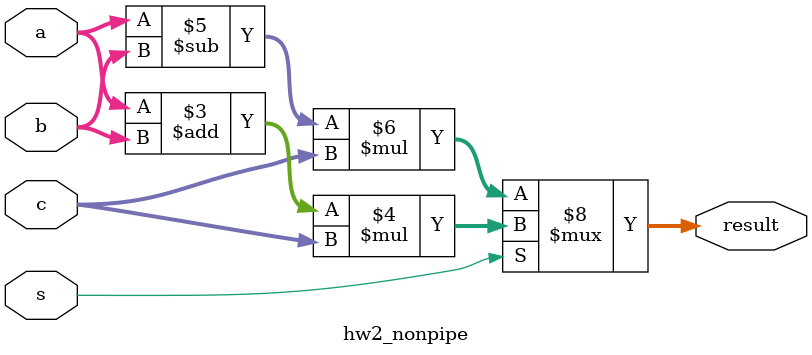
<source format=v>
module hw2_nonpipe (
    input wire[7:0] a,
    input wire[7:0] b,
    input wire[7:0] c,
    input wire s,
    output reg[15:0] result
);
    always @(*) begin
        if (s == 1) begin
            result = (a + b) * c;
        end else begin
            result = (a - b) * c;
        end
    end
endmodule
</source>
